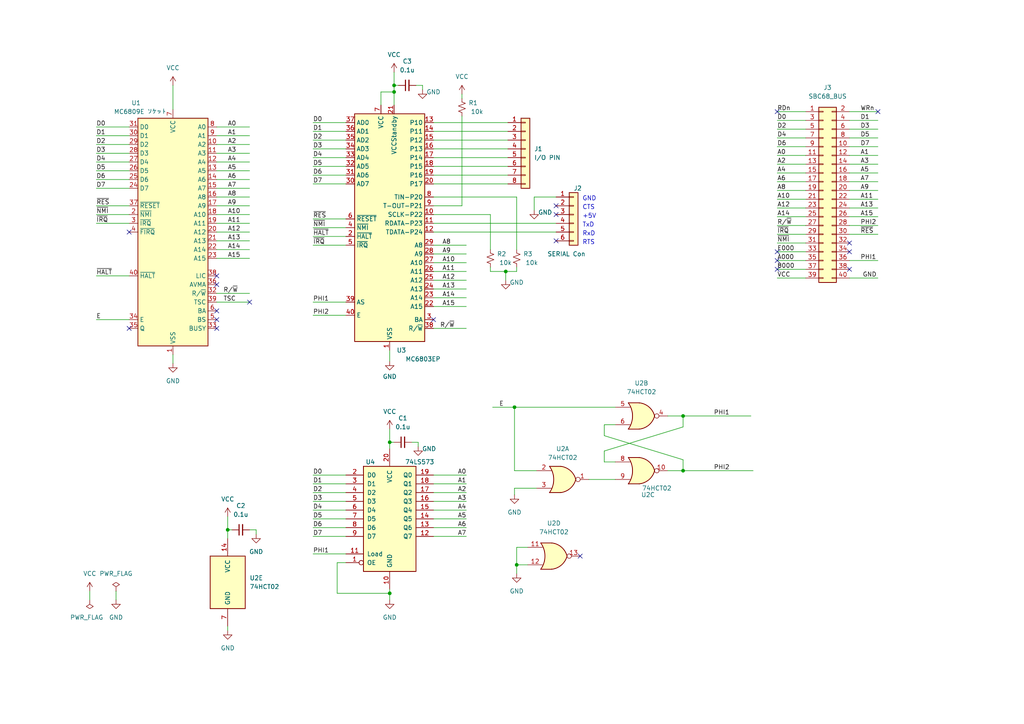
<source format=kicad_sch>
(kicad_sch (version 20230121) (generator eeschema)
  (paper "A4")
  (title_block (title "MC6803EP Adaptor for SBC6809E") (date "2023-03-04") (rev "1") (company "KUNI-NET") (comment 1 "SBC6809EへMC6803EP-1 MPUを搭載するアダプター"))
  (lib_symbols
    (symbol "74xx:74HCT02" (pin_names (offset 1.016))
      (property "Reference" "U" (at 0 1.27 0))
      (property "Value" "74HCT02" (at 0 -1.27 0))
      (symbol "74HCT02_1_1"
        (arc (start -3.81 -3.81) (mid -2.589 0) (end -3.81 3.81) (stroke (width 0.254)))
        (arc (start -0.6096 -3.81) (mid 2.1842 -2.5851) (end 3.81 0) (stroke (width 0.254)) (fill (type background)))
        (polyline (pts (xy -3.81 -3.81) (xy -0.635 -3.81)) (stroke (width 0.254)) (fill (type background)))
        (polyline (pts (xy -3.81 3.81) (xy -0.635 3.81)) (stroke (width 0.254)) (fill (type background)))
        (polyline (pts (xy -0.635 3.81) (xy -3.81 3.81) (xy -3.81 3.81) (xy -3.556 3.4036) (xy -3.0226 2.2606) (xy -2.6924 1.0414) (xy -2.6162 -0.254) (xy -2.7686 -1.4986) (xy -3.175 -2.7178) (xy -3.81 -3.81) (xy -3.81 -3.81) (xy -0.635 -3.81)) (stroke (width -25.4)) (fill (type background)))
        (arc (start 3.81 0) (mid 2.1915 2.5936) (end -0.6096 3.81) (stroke (width 0.254)) (fill (type background)))
        (pin output inverted (at 7.62 0 180) (length 3.81) (name "~") (number "1"))
        (pin input line (at -7.62 2.54 0) (length 4.318) (name "~") (number "2"))
        (pin input line (at -7.62 -2.54 0) (length 4.318) (name "~") (number "3"))
      )
      (symbol "74HCT02_1_2"
        (arc (start 0 -3.81) (mid 3.7934 0) (end 0 3.81) (stroke (width 0.254)) (fill (type background)))
        (polyline (pts (xy 0 3.81) (xy -3.81 3.81) (xy -3.81 -3.81) (xy 0 -3.81)) (stroke (width 0.254)) (fill (type background)))
        (pin output line (at 7.62 0 180) (length 3.81) (name "~") (number "1"))
        (pin input inverted (at -7.62 2.54 0) (length 3.81) (name "~") (number "2"))
        (pin input inverted (at -7.62 -2.54 0) (length 3.81) (name "~") (number "3"))
      )
      (symbol "74HCT02_2_1"
        (arc (start -3.81 -3.81) (mid -2.589 0) (end -3.81 3.81) (stroke (width 0.254)))
        (arc (start -0.6096 -3.81) (mid 2.1842 -2.5851) (end 3.81 0) (stroke (width 0.254)) (fill (type background)))
        (polyline (pts (xy -3.81 -3.81) (xy -0.635 -3.81)) (stroke (width 0.254)) (fill (type background)))
        (polyline (pts (xy -3.81 3.81) (xy -0.635 3.81)) (stroke (width 0.254)) (fill (type background)))
        (polyline (pts (xy -0.635 3.81) (xy -3.81 3.81) (xy -3.81 3.81) (xy -3.556 3.4036) (xy -3.0226 2.2606) (xy -2.6924 1.0414) (xy -2.6162 -0.254) (xy -2.7686 -1.4986) (xy -3.175 -2.7178) (xy -3.81 -3.81) (xy -3.81 -3.81) (xy -0.635 -3.81)) (stroke (width -25.4)) (fill (type background)))
        (arc (start 3.81 0) (mid 2.1915 2.5936) (end -0.6096 3.81) (stroke (width 0.254)) (fill (type background)))
        (pin output inverted (at 7.62 0 180) (length 3.81) (name "~") (number "4"))
        (pin input line (at -7.62 2.54 0) (length 4.318) (name "~") (number "5"))
        (pin input line (at -7.62 -2.54 0) (length 4.318) (name "~") (number "6"))
      )
      (symbol "74HCT02_2_2"
        (arc (start 0 -3.81) (mid 3.7934 0) (end 0 3.81) (stroke (width 0.254)) (fill (type background)))
        (polyline (pts (xy 0 3.81) (xy -3.81 3.81) (xy -3.81 -3.81) (xy 0 -3.81)) (stroke (width 0.254)) (fill (type background)))
        (pin output line (at 7.62 0 180) (length 3.81) (name "~") (number "4"))
        (pin input inverted (at -7.62 2.54 0) (length 3.81) (name "~") (number "5"))
        (pin input inverted (at -7.62 -2.54 0) (length 3.81) (name "~") (number "6"))
      )
      (symbol "74HCT02_3_1"
        (arc (start -3.81 -3.81) (mid -2.589 0) (end -3.81 3.81) (stroke (width 0.254)))
        (arc (start -0.6096 -3.81) (mid 2.1842 -2.5851) (end 3.81 0) (stroke (width 0.254)) (fill (type background)))
        (polyline (pts (xy -3.81 -3.81) (xy -0.635 -3.81)) (stroke (width 0.254)) (fill (type background)))
        (polyline (pts (xy -3.81 3.81) (xy -0.635 3.81)) (stroke (width 0.254)) (fill (type background)))
        (polyline (pts (xy -0.635 3.81) (xy -3.81 3.81) (xy -3.81 3.81) (xy -3.556 3.4036) (xy -3.0226 2.2606) (xy -2.6924 1.0414) (xy -2.6162 -0.254) (xy -2.7686 -1.4986) (xy -3.175 -2.7178) (xy -3.81 -3.81) (xy -3.81 -3.81) (xy -0.635 -3.81)) (stroke (width -25.4)) (fill (type background)))
        (arc (start 3.81 0) (mid 2.1915 2.5936) (end -0.6096 3.81) (stroke (width 0.254)) (fill (type background)))
        (pin output inverted (at 7.62 0 180) (length 3.81) (name "~") (number "10"))
        (pin input line (at -7.62 2.54 0) (length 4.318) (name "~") (number "8"))
        (pin input line (at -7.62 -2.54 0) (length 4.318) (name "~") (number "9"))
      )
      (symbol "74HCT02_3_2"
        (arc (start 0 -3.81) (mid 3.7934 0) (end 0 3.81) (stroke (width 0.254)) (fill (type background)))
        (polyline (pts (xy 0 3.81) (xy -3.81 3.81) (xy -3.81 -3.81) (xy 0 -3.81)) (stroke (width 0.254)) (fill (type background)))
        (pin output line (at 7.62 0 180) (length 3.81) (name "~") (number "10"))
        (pin input inverted (at -7.62 2.54 0) (length 3.81) (name "~") (number "8"))
        (pin input inverted (at -7.62 -2.54 0) (length 3.81) (name "~") (number "9"))
      )
      (symbol "74HCT02_4_1"
        (arc (start -3.81 -3.81) (mid -2.589 0) (end -3.81 3.81) (stroke (width 0.254)))
        (arc (start -0.6096 -3.81) (mid 2.1842 -2.5851) (end 3.81 0) (stroke (width 0.254)) (fill (type background)))
        (polyline (pts (xy -3.81 -3.81) (xy -0.635 -3.81)) (stroke (width 0.254)) (fill (type background)))
        (polyline (pts (xy -3.81 3.81) (xy -0.635 3.81)) (stroke (width 0.254)) (fill (type background)))
        (polyline (pts (xy -0.635 3.81) (xy -3.81 3.81) (xy -3.81 3.81) (xy -3.556 3.4036) (xy -3.0226 2.2606) (xy -2.6924 1.0414) (xy -2.6162 -0.254) (xy -2.7686 -1.4986) (xy -3.175 -2.7178) (xy -3.81 -3.81) (xy -3.81 -3.81) (xy -0.635 -3.81)) (stroke (width -25.4)) (fill (type background)))
        (arc (start 3.81 0) (mid 2.1915 2.5936) (end -0.6096 3.81) (stroke (width 0.254)) (fill (type background)))
        (pin input line (at -7.62 2.54 0) (length 4.318) (name "~") (number "11"))
        (pin input line (at -7.62 -2.54 0) (length 4.318) (name "~") (number "12"))
        (pin output inverted (at 7.62 0 180) (length 3.81) (name "~") (number "13"))
      )
      (symbol "74HCT02_4_2"
        (arc (start 0 -3.81) (mid 3.7934 0) (end 0 3.81) (stroke (width 0.254)) (fill (type background)))
        (polyline (pts (xy 0 3.81) (xy -3.81 3.81) (xy -3.81 -3.81) (xy 0 -3.81)) (stroke (width 0.254)) (fill (type background)))
        (pin input inverted (at -7.62 2.54 0) (length 3.81) (name "~") (number "11"))
        (pin input inverted (at -7.62 -2.54 0) (length 3.81) (name "~") (number "12"))
        (pin output line (at 7.62 0 180) (length 3.81) (name "~") (number "13"))
      )
      (symbol "74HCT02_5_0"
        (pin power_in line (at 0 12.7 270) (length 5.08) (name "VCC") (number "14"))
        (pin power_in line (at 0 -12.7 90) (length 5.08) (name "GND") (number "7"))
      )
      (symbol "74HCT02_5_1"
        (rectangle (start -5.08 7.62) (end 5.08 -7.62) (stroke (width 0.254)) (fill (type background)))
      )
    )
    (symbol "74xx:74LS573" (pin_names (offset 1.016))
      (property "Reference" "U" (at -7.62 16.51 0))
      (property "Value" "74LS573" (at -7.62 -16.51 0))
      (symbol "74LS573_1_0"
        (pin input inverted (at -12.7 -12.7 0) (length 5.08) (name "OE") (number "1"))
        (pin power_in line (at 0 -20.32 90) (length 5.08) (name "GND") (number "10"))
        (pin input line (at -12.7 -10.16 0) (length 5.08) (name "Load") (number "11"))
        (pin tri_state line (at 12.7 -5.08 180) (length 5.08) (name "Q7") (number "12"))
        (pin tri_state line (at 12.7 -2.54 180) (length 5.08) (name "Q6") (number "13"))
        (pin tri_state line (at 12.7 0 180) (length 5.08) (name "Q5") (number "14"))
        (pin tri_state line (at 12.7 2.54 180) (length 5.08) (name "Q4") (number "15"))
        (pin tri_state line (at 12.7 5.08 180) (length 5.08) (name "Q3") (number "16"))
        (pin tri_state line (at 12.7 7.62 180) (length 5.08) (name "Q2") (number "17"))
        (pin tri_state line (at 12.7 10.16 180) (length 5.08) (name "Q1") (number "18"))
        (pin tri_state line (at 12.7 12.7 180) (length 5.08) (name "Q0") (number "19"))
        (pin input line (at -12.7 12.7 0) (length 5.08) (name "D0") (number "2"))
        (pin power_in line (at 0 20.32 270) (length 5.08) (name "VCC") (number "20"))
        (pin input line (at -12.7 10.16 0) (length 5.08) (name "D1") (number "3"))
        (pin input line (at -12.7 7.62 0) (length 5.08) (name "D2") (number "4"))
        (pin input line (at -12.7 5.08 0) (length 5.08) (name "D3") (number "5"))
        (pin input line (at -12.7 2.54 0) (length 5.08) (name "D4") (number "6"))
        (pin input line (at -12.7 0 0) (length 5.08) (name "D5") (number "7"))
        (pin input line (at -12.7 -2.54 0) (length 5.08) (name "D6") (number "8"))
        (pin input line (at -12.7 -5.08 0) (length 5.08) (name "D7") (number "9"))
      )
      (symbol "74LS573_1_1"
        (rectangle (start -7.62 15.24) (end 7.62 -15.24) (stroke (width 0.254)) (fill (type background)))
      )
    )
    (symbol "CPU_NXP_6800:MC6809E"
      (property "Reference" "U" (at -7.62 34.544 0))
      (property "Value" "MC6809E" (at 10.16 34.544 0))
      (symbol "MC6809E_0_1"
        (rectangle (start -10.16 -33.02) (end 10.16 33.02) (stroke (width 0.254)) (fill (type background)))
      )
      (symbol "MC6809E_1_1"
        (pin power_in line (at 0 -35.56 90) (length 2.54) (name "VSS") (number "1"))
        (pin output line (at 12.7 25.4 180) (length 2.54) (name "A2") (number "10"))
        (pin output line (at 12.7 22.86 180) (length 2.54) (name "A3") (number "11"))
        (pin output line (at 12.7 20.32 180) (length 2.54) (name "A4") (number "12"))
        (pin output line (at 12.7 17.78 180) (length 2.54) (name "A5") (number "13"))
        (pin output line (at 12.7 15.24 180) (length 2.54) (name "A6") (number "14"))
        (pin output line (at 12.7 12.7 180) (length 2.54) (name "A7") (number "15"))
        (pin output line (at 12.7 10.16 180) (length 2.54) (name "A8") (number "16"))
        (pin output line (at 12.7 7.62 180) (length 2.54) (name "A9") (number "17"))
        (pin output line (at 12.7 5.08 180) (length 2.54) (name "A10") (number "18"))
        (pin output line (at 12.7 2.54 180) (length 2.54) (name "A11") (number "19"))
        (pin input line (at -12.7 5.08 0) (length 2.54) (name "~{NMI}") (number "2"))
        (pin output line (at 12.7 0 180) (length 2.54) (name "A12") (number "20"))
        (pin output line (at 12.7 -2.54 180) (length 2.54) (name "A13") (number "21"))
        (pin output line (at 12.7 -5.08 180) (length 2.54) (name "A14") (number "22"))
        (pin output line (at 12.7 -7.62 180) (length 2.54) (name "A15") (number "23"))
        (pin bidirectional line (at -12.7 12.7 0) (length 2.54) (name "D7") (number "24"))
        (pin bidirectional line (at -12.7 15.24 0) (length 2.54) (name "D6") (number "25"))
        (pin bidirectional line (at -12.7 17.78 0) (length 2.54) (name "D5") (number "26"))
        (pin bidirectional line (at -12.7 20.32 0) (length 2.54) (name "D4") (number "27"))
        (pin bidirectional line (at -12.7 22.86 0) (length 2.54) (name "D3") (number "28"))
        (pin bidirectional line (at -12.7 25.4 0) (length 2.54) (name "D2") (number "29"))
        (pin input line (at -12.7 2.54 0) (length 2.54) (name "~{IRQ}") (number "3"))
        (pin bidirectional line (at -12.7 27.94 0) (length 2.54) (name "D1") (number "30"))
        (pin bidirectional line (at -12.7 30.48 0) (length 2.54) (name "D0") (number "31"))
        (pin output line (at 12.7 -17.78 180) (length 2.54) (name "R/~{W}") (number "32"))
        (pin output line (at 12.7 -27.94 180) (length 2.54) (name "BUSY") (number "33"))
        (pin input line (at -12.7 -25.4 0) (length 2.54) (name "E") (number "34"))
        (pin input line (at -12.7 -27.94 0) (length 2.54) (name "Q") (number "35"))
        (pin output line (at 12.7 -15.24 180) (length 2.54) (name "AVMA") (number "36"))
        (pin input line (at -12.7 7.62 0) (length 2.54) (name "~{RESET}") (number "37"))
        (pin output line (at 12.7 -12.7 180) (length 2.54) (name "LIC") (number "38"))
        (pin output line (at 12.7 -20.32 180) (length 2.54) (name "TSC") (number "39"))
        (pin input line (at -12.7 0 0) (length 2.54) (name "~{FIRQ}") (number "4"))
        (pin input line (at -12.7 -12.7 0) (length 2.54) (name "~{HALT}") (number "40"))
        (pin output line (at 12.7 -25.4 180) (length 2.54) (name "BS") (number "5"))
        (pin output line (at 12.7 -22.86 180) (length 2.54) (name "BA") (number "6"))
        (pin power_in line (at 0 35.56 270) (length 2.54) (name "VCC") (number "7"))
        (pin output line (at 12.7 30.48 180) (length 2.54) (name "A0") (number "8"))
        (pin output line (at 12.7 27.94 180) (length 2.54) (name "A1") (number "9"))
      )
    )
    (symbol "Connector_Generic:Conn_01x06" (pin_names (offset 1.016) hide)
      (property "Reference" "J" (at 0 7.62 0))
      (property "Value" "Conn_01x06" (at 0 -10.16 0))
      (symbol "Conn_01x06_1_1"
        (rectangle (start -1.27 -7.493) (end 0 -7.747) (stroke (width 0.1524)))
        (rectangle (start -1.27 -4.953) (end 0 -5.207) (stroke (width 0.1524)))
        (rectangle (start -1.27 -2.413) (end 0 -2.667) (stroke (width 0.1524)))
        (rectangle (start -1.27 0.127) (end 0 -0.127) (stroke (width 0.1524)))
        (rectangle (start -1.27 2.667) (end 0 2.413) (stroke (width 0.1524)))
        (rectangle (start -1.27 5.207) (end 0 4.953) (stroke (width 0.1524)))
        (rectangle (start -1.27 6.35) (end 1.27 -8.89) (stroke (width 0.254)) (fill (type background)))
        (pin passive line (at -5.08 5.08 0) (length 3.81) (name "Pin_1") (number "1"))
        (pin passive line (at -5.08 2.54 0) (length 3.81) (name "Pin_2") (number "2"))
        (pin passive line (at -5.08 0 0) (length 3.81) (name "Pin_3") (number "3"))
        (pin passive line (at -5.08 -2.54 0) (length 3.81) (name "Pin_4") (number "4"))
        (pin passive line (at -5.08 -5.08 0) (length 3.81) (name "Pin_5") (number "5"))
        (pin passive line (at -5.08 -7.62 0) (length 3.81) (name "Pin_6") (number "6"))
      )
    )
    (symbol "Connector_Generic:Conn_01x08" (pin_names (offset 1.016) hide)
      (property "Reference" "J" (at 0 10.16 0))
      (property "Value" "Conn_01x08" (at 0 -12.7 0))
      (symbol "Conn_01x08_1_1"
        (rectangle (start -1.27 -10.033) (end 0 -10.287) (stroke (width 0.1524)))
        (rectangle (start -1.27 -7.493) (end 0 -7.747) (stroke (width 0.1524)))
        (rectangle (start -1.27 -4.953) (end 0 -5.207) (stroke (width 0.1524)))
        (rectangle (start -1.27 -2.413) (end 0 -2.667) (stroke (width 0.1524)))
        (rectangle (start -1.27 0.127) (end 0 -0.127) (stroke (width 0.1524)))
        (rectangle (start -1.27 2.667) (end 0 2.413) (stroke (width 0.1524)))
        (rectangle (start -1.27 5.207) (end 0 4.953) (stroke (width 0.1524)))
        (rectangle (start -1.27 7.747) (end 0 7.493) (stroke (width 0.1524)))
        (rectangle (start -1.27 8.89) (end 1.27 -11.43) (stroke (width 0.254)) (fill (type background)))
        (pin passive line (at -5.08 7.62 0) (length 3.81) (name "Pin_1") (number "1"))
        (pin passive line (at -5.08 5.08 0) (length 3.81) (name "Pin_2") (number "2"))
        (pin passive line (at -5.08 2.54 0) (length 3.81) (name "Pin_3") (number "3"))
        (pin passive line (at -5.08 0 0) (length 3.81) (name "Pin_4") (number "4"))
        (pin passive line (at -5.08 -2.54 0) (length 3.81) (name "Pin_5") (number "5"))
        (pin passive line (at -5.08 -5.08 0) (length 3.81) (name "Pin_6") (number "6"))
        (pin passive line (at -5.08 -7.62 0) (length 3.81) (name "Pin_7") (number "7"))
        (pin passive line (at -5.08 -10.16 0) (length 3.81) (name "Pin_8") (number "8"))
      )
    )
    (symbol "Connector_Generic:Conn_02x20_Odd_Even" (pin_names (offset 1.016) hide)
      (property "Reference" "J" (at 1.27 25.4 0))
      (property "Value" "Conn_02x20_Odd_Even" (at 1.27 -27.94 0))
      (symbol "Conn_02x20_Odd_Even_1_1"
        (rectangle (start -1.27 -25.273) (end 0 -25.527) (stroke (width 0.1524)))
        (rectangle (start -1.27 -22.733) (end 0 -22.987) (stroke (width 0.1524)))
        (rectangle (start -1.27 -20.193) (end 0 -20.447) (stroke (width 0.1524)))
        (rectangle (start -1.27 -17.653) (end 0 -17.907) (stroke (width 0.1524)))
        (rectangle (start -1.27 -15.113) (end 0 -15.367) (stroke (width 0.1524)))
        (rectangle (start -1.27 -12.573) (end 0 -12.827) (stroke (width 0.1524)))
        (rectangle (start -1.27 -10.033) (end 0 -10.287) (stroke (width 0.1524)))
        (rectangle (start -1.27 -7.493) (end 0 -7.747) (stroke (width 0.1524)))
        (rectangle (start -1.27 -4.953) (end 0 -5.207) (stroke (width 0.1524)))
        (rectangle (start -1.27 -2.413) (end 0 -2.667) (stroke (width 0.1524)))
        (rectangle (start -1.27 0.127) (end 0 -0.127) (stroke (width 0.1524)))
        (rectangle (start -1.27 2.667) (end 0 2.413) (stroke (width 0.1524)))
        (rectangle (start -1.27 5.207) (end 0 4.953) (stroke (width 0.1524)))
        (rectangle (start -1.27 7.747) (end 0 7.493) (stroke (width 0.1524)))
        (rectangle (start -1.27 10.287) (end 0 10.033) (stroke (width 0.1524)))
        (rectangle (start -1.27 12.827) (end 0 12.573) (stroke (width 0.1524)))
        (rectangle (start -1.27 15.367) (end 0 15.113) (stroke (width 0.1524)))
        (rectangle (start -1.27 17.907) (end 0 17.653) (stroke (width 0.1524)))
        (rectangle (start -1.27 20.447) (end 0 20.193) (stroke (width 0.1524)))
        (rectangle (start -1.27 22.987) (end 0 22.733) (stroke (width 0.1524)))
        (rectangle (start -1.27 24.13) (end 3.81 -26.67) (stroke (width 0.254)) (fill (type background)))
        (rectangle (start 3.81 -25.273) (end 2.54 -25.527) (stroke (width 0.1524)))
        (rectangle (start 3.81 -22.733) (end 2.54 -22.987) (stroke (width 0.1524)))
        (rectangle (start 3.81 -20.193) (end 2.54 -20.447) (stroke (width 0.1524)))
        (rectangle (start 3.81 -17.653) (end 2.54 -17.907) (stroke (width 0.1524)))
        (rectangle (start 3.81 -15.113) (end 2.54 -15.367) (stroke (width 0.1524)))
        (rectangle (start 3.81 -12.573) (end 2.54 -12.827) (stroke (width 0.1524)))
        (rectangle (start 3.81 -10.033) (end 2.54 -10.287) (stroke (width 0.1524)))
        (rectangle (start 3.81 -7.493) (end 2.54 -7.747) (stroke (width 0.1524)))
        (rectangle (start 3.81 -4.953) (end 2.54 -5.207) (stroke (width 0.1524)))
        (rectangle (start 3.81 -2.413) (end 2.54 -2.667) (stroke (width 0.1524)))
        (rectangle (start 3.81 0.127) (end 2.54 -0.127) (stroke (width 0.1524)))
        (rectangle (start 3.81 2.667) (end 2.54 2.413) (stroke (width 0.1524)))
        (rectangle (start 3.81 5.207) (end 2.54 4.953) (stroke (width 0.1524)))
        (rectangle (start 3.81 7.747) (end 2.54 7.493) (stroke (width 0.1524)))
        (rectangle (start 3.81 10.287) (end 2.54 10.033) (stroke (width 0.1524)))
        (rectangle (start 3.81 12.827) (end 2.54 12.573) (stroke (width 0.1524)))
        (rectangle (start 3.81 15.367) (end 2.54 15.113) (stroke (width 0.1524)))
        (rectangle (start 3.81 17.907) (end 2.54 17.653) (stroke (width 0.1524)))
        (rectangle (start 3.81 20.447) (end 2.54 20.193) (stroke (width 0.1524)))
        (rectangle (start 3.81 22.987) (end 2.54 22.733) (stroke (width 0.1524)))
        (pin passive line (at -5.08 22.86 0) (length 3.81) (name "Pin_1") (number "1"))
        (pin passive line (at 7.62 12.7 180) (length 3.81) (name "Pin_10") (number "10"))
        (pin passive line (at -5.08 10.16 0) (length 3.81) (name "Pin_11") (number "11"))
        (pin passive line (at 7.62 10.16 180) (length 3.81) (name "Pin_12") (number "12"))
        (pin passive line (at -5.08 7.62 0) (length 3.81) (name "Pin_13") (number "13"))
        (pin passive line (at 7.62 7.62 180) (length 3.81) (name "Pin_14") (number "14"))
        (pin passive line (at -5.08 5.08 0) (length 3.81) (name "Pin_15") (number "15"))
        (pin passive line (at 7.62 5.08 180) (length 3.81) (name "Pin_16") (number "16"))
        (pin passive line (at -5.08 2.54 0) (length 3.81) (name "Pin_17") (number "17"))
        (pin passive line (at 7.62 2.54 180) (length 3.81) (name "Pin_18") (number "18"))
        (pin passive line (at -5.08 0 0) (length 3.81) (name "Pin_19") (number "19"))
        (pin passive line (at 7.62 22.86 180) (length 3.81) (name "Pin_2") (number "2"))
        (pin passive line (at 7.62 0 180) (length 3.81) (name "Pin_20") (number "20"))
        (pin passive line (at -5.08 -2.54 0) (length 3.81) (name "Pin_21") (number "21"))
        (pin passive line (at 7.62 -2.54 180) (length 3.81) (name "Pin_22") (number "22"))
        (pin passive line (at -5.08 -5.08 0) (length 3.81) (name "Pin_23") (number "23"))
        (pin passive line (at 7.62 -5.08 180) (length 3.81) (name "Pin_24") (number "24"))
        (pin passive line (at -5.08 -7.62 0) (length 3.81) (name "Pin_25") (number "25"))
        (pin passive line (at 7.62 -7.62 180) (length 3.81) (name "Pin_26") (number "26"))
        (pin passive line (at -5.08 -10.16 0) (length 3.81) (name "Pin_27") (number "27"))
        (pin passive line (at 7.62 -10.16 180) (length 3.81) (name "Pin_28") (number "28"))
        (pin passive line (at -5.08 -12.7 0) (length 3.81) (name "Pin_29") (number "29"))
        (pin passive line (at -5.08 20.32 0) (length 3.81) (name "Pin_3") (number "3"))
        (pin passive line (at 7.62 -12.7 180) (length 3.81) (name "Pin_30") (number "30"))
        (pin passive line (at -5.08 -15.24 0) (length 3.81) (name "Pin_31") (number "31"))
        (pin passive line (at 7.62 -15.24 180) (length 3.81) (name "Pin_32") (number "32"))
        (pin passive line (at -5.08 -17.78 0) (length 3.81) (name "Pin_33") (number "33"))
        (pin passive line (at 7.62 -17.78 180) (length 3.81) (name "Pin_34") (number "34"))
        (pin passive line (at -5.08 -20.32 0) (length 3.81) (name "Pin_35") (number "35"))
        (pin passive line (at 7.62 -20.32 180) (length 3.81) (name "Pin_36") (number "36"))
        (pin passive line (at -5.08 -22.86 0) (length 3.81) (name "Pin_37") (number "37"))
        (pin passive line (at 7.62 -22.86 180) (length 3.81) (name "Pin_38") (number "38"))
        (pin passive line (at -5.08 -25.4 0) (length 3.81) (name "Pin_39") (number "39"))
        (pin passive line (at 7.62 20.32 180) (length 3.81) (name "Pin_4") (number "4"))
        (pin passive line (at 7.62 -25.4 180) (length 3.81) (name "Pin_40") (number "40"))
        (pin passive line (at -5.08 17.78 0) (length 3.81) (name "Pin_5") (number "5"))
        (pin passive line (at 7.62 17.78 180) (length 3.81) (name "Pin_6") (number "6"))
        (pin passive line (at -5.08 15.24 0) (length 3.81) (name "Pin_7") (number "7"))
        (pin passive line (at 7.62 15.24 180) (length 3.81) (name "Pin_8") (number "8"))
        (pin passive line (at -5.08 12.7 0) (length 3.81) (name "Pin_9") (number "9"))
      )
    )
    (symbol "Device:C_Small" (pin_numbers hide) (pin_names (offset 0.254) hide)
      (property "Reference" "C" (at 0.254 1.778 0))
      (property "Value" "C_Small" (at 0.254 -2.032 0))
      (symbol "C_Small_0_1"
        (polyline (pts (xy -1.524 -0.508) (xy 1.524 -0.508)) (stroke (width 0.3302)))
        (polyline (pts (xy -1.524 0.508) (xy 1.524 0.508)) (stroke (width 0.3048)))
      )
      (symbol "C_Small_1_1"
        (pin passive line (at 0 2.54 270) (length 2.032) (name "~") (number "1"))
        (pin passive line (at 0 -2.54 90) (length 2.032) (name "~") (number "2"))
      )
    )
    (symbol "Device:R_Small_US" (pin_numbers hide) (pin_names (offset 0.254) hide)
      (property "Reference" "R" (at 0.762 0.508 0))
      (property "Value" "R_Small_US" (at 0.762 -1.016 0))
      (symbol "R_Small_US_1_1"
        (polyline (pts (xy 0 0) (xy 1.016 -0.381) (xy 0 -0.762) (xy -1.016 -1.143) (xy 0 -1.524)))
        (polyline (pts (xy 0 1.524) (xy 1.016 1.143) (xy 0 0.762) (xy -1.016 0.381) (xy 0 0)))
        (pin passive line (at 0 2.54 270) (length 1.016) (name "~") (number "1"))
        (pin passive line (at 0 -2.54 90) (length 1.016) (name "~") (number "2"))
      )
    )
    (symbol "MC6803EP:MC6803EP"
      (property "Reference" "U" (at -8.89 34.29 0))
      (property "Value" "MC6803EP" (at 15.24 34.29 0))
      (symbol "MC6803EP_0_1"
        (rectangle (start -10.16 -33.02) (end 10.16 33.02) (stroke (width 0.254)) (fill (type background)))
      )
      (symbol "MC6803EP_1_1"
        (pin power_in line (at 0 -35.56 90) (length 2.54) (name "VSS") (number "1"))
        (pin bidirectional line (at 12.7 3.81 180) (length 2.54) (name "SCLK-P22") (number "10"))
        (pin bidirectional line (at 12.7 1.27 180) (length 2.54) (name "RDATA-P23") (number "11"))
        (pin bidirectional line (at 12.7 -1.27 180) (length 2.54) (name "TDATA-P24") (number "12"))
        (pin output line (at 12.7 30.48 180) (length 2.54) (name "P10") (number "13"))
        (pin output line (at 12.7 27.94 180) (length 2.54) (name "P11") (number "14"))
        (pin output line (at 12.7 25.4 180) (length 2.54) (name "P12") (number "15"))
        (pin output line (at 12.7 22.86 180) (length 2.54) (name "P13") (number "16"))
        (pin output line (at 12.7 20.32 180) (length 2.54) (name "P14") (number "17"))
        (pin output line (at 12.7 17.78 180) (length 2.54) (name "P15") (number "18"))
        (pin output line (at 12.7 15.24 180) (length 2.54) (name "P16") (number "19"))
        (pin input line (at -12.7 -2.54 0) (length 2.54) (name "~{HALT}") (number "2"))
        (pin output line (at 12.7 12.7 180) (length 2.54) (name "P17") (number "20"))
        (pin power_in line (at 1.27 35.56 270) (length 2.54) (name "VCCStandby") (number "21"))
        (pin output line (at 12.7 -22.86 180) (length 2.54) (name "A15") (number "22"))
        (pin output line (at 12.7 -20.32 180) (length 2.54) (name "A14") (number "23"))
        (pin output line (at 12.7 -17.78 180) (length 2.54) (name "A13") (number "24"))
        (pin output line (at 12.7 -15.24 180) (length 2.54) (name "A12") (number "25"))
        (pin output line (at 12.7 -12.7 180) (length 2.54) (name "A11") (number "26"))
        (pin output line (at 12.7 -10.16 180) (length 2.54) (name "A10") (number "27"))
        (pin output line (at 12.7 -7.62 180) (length 2.54) (name "A9") (number "28"))
        (pin output line (at 12.7 -5.08 180) (length 2.54) (name "A8") (number "29"))
        (pin output line (at 12.7 -26.67 180) (length 2.54) (name "BA") (number "3"))
        (pin bidirectional line (at -12.7 12.7 0) (length 2.54) (name "AD7") (number "30"))
        (pin bidirectional line (at -12.7 15.24 0) (length 2.54) (name "AD6") (number "31"))
        (pin bidirectional line (at -12.7 17.78 0) (length 2.54) (name "AD5") (number "32"))
        (pin bidirectional line (at -12.7 20.32 0) (length 2.54) (name "AD4") (number "33"))
        (pin bidirectional line (at -12.7 22.86 0) (length 2.54) (name "AD3") (number "34"))
        (pin bidirectional line (at -12.7 25.4 0) (length 2.54) (name "AD2") (number "35"))
        (pin bidirectional line (at -12.7 27.94 0) (length 2.54) (name "AD1") (number "36"))
        (pin bidirectional line (at -12.7 30.48 0) (length 2.54) (name "AD0") (number "37"))
        (pin output line (at 12.7 -29.21 180) (length 2.54) (name "R/~{W}") (number "38"))
        (pin input line (at -12.7 -21.59 0) (length 2.54) (name "AS") (number "39"))
        (pin input line (at -12.7 0 0) (length 2.54) (name "~{NMI}") (number "4"))
        (pin input line (at -12.7 -25.4 0) (length 2.54) (name "E") (number "40"))
        (pin input line (at -12.7 -5.08 0) (length 2.54) (name "~{IRQ}") (number "5"))
        (pin input line (at -12.7 2.54 0) (length 2.54) (name "~{RESET}") (number "6"))
        (pin power_in line (at -2.54 35.56 270) (length 2.54) (name "VCC") (number "7"))
        (pin bidirectional line (at 12.7 8.89 180) (length 2.54) (name "TIN-P20") (number "8"))
        (pin output line (at 12.7 6.35 180) (length 2.54) (name "T-OUT-P21") (number "9"))
      )
    )
    (symbol "power:GND" (power) (pin_names (offset 0))
      (property "Value" "GND" (at 0 -3.81 0))
      (symbol "GND_0_1"
        (polyline (pts (xy 0 0) (xy 0 -1.27) (xy 1.27 -1.27) (xy 0 -2.54) (xy -1.27 -1.27) (xy 0 -1.27)))
      )
      (symbol "GND_1_1"
        (pin power_in line (at 0 0 270) (length 0) hide (name "GND") (number "1"))
      )
    )
    (symbol "power:PWR_FLAG" (power) (pin_numbers hide) (pin_names (offset 0) hide)
      (property "Value" "PWR_FLAG" (at 0 3.81 0))
      (symbol "PWR_FLAG_0_0"
        (pin power_out line (at 0 0 90) (length 0) (name "pwr") (number "1"))
      )
      (symbol "PWR_FLAG_0_1"
        (polyline (pts (xy 0 0) (xy 0 1.27) (xy -1.016 1.905) (xy 0 2.54) (xy 1.016 1.905) (xy 0 1.27)))
      )
    )
    (symbol "power:VCC" (power) (pin_names (offset 0))
      (property "Value" "VCC" (at 0 3.81 0))
      (symbol "VCC_0_1"
        (polyline (pts (xy -0.762 1.27) (xy 0 2.54)))
        (polyline (pts (xy 0 0) (xy 0 2.54)))
        (polyline (pts (xy 0 2.54) (xy 0.762 1.27)))
      )
      (symbol "VCC_1_1"
        (pin power_in line (at 0 0 90) (length 0) hide (name "VCC") (number "1"))
      )
    )
  )
  (junction (at 146.685 78.74))
  (junction (at 114.3 26.67))
  (junction (at 149.225 118.11))
  (junction (at 113.03 128.27))
  (junction (at 149.86 163.83))
  (junction (at 114.3 24.765))
  (junction (at 66.04 153.67))
  (junction (at 113.03 172.085))
  (junction (at 198.12 136.525))
  (junction (at 198.12 120.65))
  (no_connect (at 161.29 69.85))
  (no_connect (at 37.465 95.25))
  (no_connect (at 62.865 90.17))
  (no_connect (at 62.865 92.71))
  (no_connect (at 62.865 95.25))
  (no_connect (at 62.865 82.55))
  (no_connect (at 62.865 80.01))
  (no_connect (at 125.73 92.71))
  (no_connect (at 246.38 73.025))
  (no_connect (at 246.38 70.485))
  (no_connect (at 246.38 78.105))
  (no_connect (at 72.39 87.63))
  (no_connect (at 225.425 73.025))
  (no_connect (at 225.425 75.565))
  (no_connect (at 225.425 78.105))
  (no_connect (at 225.425 32.385))
  (no_connect (at 254.635 32.385))
  (no_connect (at 161.29 62.23))
  (no_connect (at 168.275 161.29))
  (no_connect (at 161.29 59.69))
  (no_connect (at 37.465 67.31))
  (wire (pts (xy 246.38 50.165) (xy 254.635 50.165)))
  (wire (pts (xy 27.94 46.99) (xy 37.465 46.99)))
  (wire (pts (xy 125.73 48.26) (xy 147.32 48.26)))
  (wire (pts (xy 225.425 75.565) (xy 233.68 75.565)))
  (wire (pts (xy 246.38 62.865) (xy 254.635 62.865)))
  (wire (pts (xy 90.805 91.44) (xy 100.33 91.44)))
  (wire (pts (xy 90.805 87.63) (xy 100.33 87.63)))
  (wire (pts (xy 90.805 155.575) (xy 100.33 155.575)))
  (wire (pts (xy 62.865 67.31) (xy 72.39 67.31)))
  (wire (pts (xy 225.425 73.025) (xy 233.68 73.025)))
  (wire (pts (xy 125.73 53.34) (xy 147.32 53.34)))
  (wire (pts (xy 97.79 163.195) (xy 97.79 172.085)))
  (wire (pts (xy 62.865 87.63) (xy 72.39 87.63)))
  (wire (pts (xy 246.38 52.705) (xy 254.635 52.705)))
  (wire (pts (xy 142.24 78.74) (xy 146.685 78.74)))
  (wire (pts (xy 50.165 24.765) (xy 50.165 31.75)))
  (wire (pts (xy 149.86 57.15) (xy 149.86 72.39)))
  (wire (pts (xy 27.94 36.83) (xy 37.465 36.83)))
  (wire (pts (xy 146.685 78.74) (xy 146.685 81.28)))
  (wire (pts (xy 225.425 32.385) (xy 233.68 32.385)))
  (wire (pts (xy 90.805 53.34) (xy 100.33 53.34)))
  (wire (pts (xy 62.865 59.69) (xy 72.39 59.69)))
  (wire (pts (xy 62.865 62.23) (xy 72.39 62.23)))
  (wire (pts (xy 27.94 41.91) (xy 37.465 41.91)))
  (wire (pts (xy 27.94 59.69) (xy 37.465 59.69)))
  (wire (pts (xy 90.805 38.1) (xy 100.33 38.1)))
  (wire (pts (xy 110.49 26.67) (xy 110.49 30.48)))
  (wire (pts (xy 193.675 120.65) (xy 198.12 120.65)))
  (wire (pts (xy 90.805 48.26) (xy 100.33 48.26)))
  (wire (pts (xy 125.73 88.9) (xy 135.255 88.9)))
  (wire (pts (xy 142.24 62.23) (xy 142.24 72.39)))
  (wire (pts (xy 225.425 45.085) (xy 233.68 45.085)))
  (wire (pts (xy 62.865 54.61) (xy 72.39 54.61)))
  (wire (pts (xy 178.435 133.985) (xy 175.26 133.985)))
  (wire (pts (xy 246.38 32.385) (xy 254.635 32.385)))
  (wire (pts (xy 149.86 163.83) (xy 149.86 158.75)))
  (wire (pts (xy 113.03 128.27) (xy 114.3 128.27)))
  (wire (pts (xy 125.73 81.28) (xy 135.255 81.28)))
  (wire (pts (xy 198.12 136.525) (xy 218.44 136.525)))
  (wire (pts (xy 113.03 172.085) (xy 113.03 173.99)))
  (wire (pts (xy 125.73 57.15) (xy 149.86 57.15)))
  (wire (pts (xy 90.805 137.795) (xy 100.33 137.795)))
  (wire (pts (xy 161.29 57.15) (xy 154.94 57.15)))
  (wire (pts (xy 114.3 26.67) (xy 110.49 26.67)))
  (wire (pts (xy 225.425 40.005) (xy 233.68 40.005)))
  (wire (pts (xy 114.3 24.765) (xy 115.57 24.765)))
  (wire (pts (xy 149.225 136.525) (xy 155.575 136.525)))
  (wire (pts (xy 90.805 145.415) (xy 100.33 145.415)))
  (wire (pts (xy 225.425 34.925) (xy 233.68 34.925)))
  (wire (pts (xy 62.865 46.99) (xy 72.39 46.99)))
  (wire (pts (xy 146.685 78.74) (xy 149.86 78.74)))
  (wire (pts (xy 62.865 57.15) (xy 72.39 57.15)))
  (wire (pts (xy 135.255 145.415) (xy 125.73 145.415)))
  (wire (pts (xy 135.255 140.335) (xy 125.73 140.335)))
  (wire (pts (xy 122.555 24.765) (xy 122.555 26.035)))
  (wire (pts (xy 100.33 163.195) (xy 97.79 163.195)))
  (wire (pts (xy 90.805 50.8) (xy 100.33 50.8)))
  (wire (pts (xy 27.94 44.45) (xy 37.465 44.45)))
  (wire (pts (xy 125.73 59.69) (xy 133.985 59.69)))
  (wire (pts (xy 125.73 86.36) (xy 135.255 86.36)))
  (wire (pts (xy 198.12 136.525) (xy 198.12 133.35)))
  (wire (pts (xy 225.425 52.705) (xy 233.68 52.705)))
  (wire (pts (xy 90.805 153.035) (xy 100.33 153.035)))
  (wire (pts (xy 149.86 163.83) (xy 153.035 163.83)))
  (wire (pts (xy 225.425 50.165) (xy 233.68 50.165)))
  (wire (pts (xy 225.425 62.865) (xy 233.68 62.865)))
  (wire (pts (xy 62.865 74.93) (xy 72.39 74.93)))
  (wire (pts (xy 27.94 52.07) (xy 37.465 52.07)))
  (wire (pts (xy 27.94 92.71) (xy 37.465 92.71)))
  (wire (pts (xy 246.38 60.325) (xy 254.635 60.325)))
  (wire (pts (xy 114.3 20.955) (xy 114.3 24.765)))
  (wire (pts (xy 225.425 65.405) (xy 233.68 65.405)))
  (wire (pts (xy 225.425 47.625) (xy 233.68 47.625)))
  (wire (pts (xy 225.425 60.325) (xy 233.68 60.325)))
  (wire (pts (xy 149.86 158.75) (xy 153.035 158.75)))
  (wire (pts (xy 125.73 35.56) (xy 147.32 35.56)))
  (wire (pts (xy 120.65 24.765) (xy 122.555 24.765)))
  (wire (pts (xy 90.805 142.875) (xy 100.33 142.875)))
  (wire (pts (xy 125.73 43.18) (xy 147.32 43.18)))
  (wire (pts (xy 125.73 78.74) (xy 135.255 78.74)))
  (wire (pts (xy 135.255 155.575) (xy 125.73 155.575)))
  (wire (pts (xy 125.73 50.8) (xy 147.32 50.8)))
  (wire (pts (xy 246.38 80.645) (xy 254.635 80.645)))
  (wire (pts (xy 90.805 140.335) (xy 100.33 140.335)))
  (wire (pts (xy 125.73 40.64) (xy 147.32 40.64)))
  (wire (pts (xy 27.94 54.61) (xy 37.465 54.61)))
  (wire (pts (xy 175.26 126.365) (xy 198.12 133.35)))
  (wire (pts (xy 50.165 102.87) (xy 50.165 105.41)))
  (wire (pts (xy 66.04 149.86) (xy 66.04 153.67)))
  (wire (pts (xy 149.225 118.11) (xy 178.435 118.11)))
  (wire (pts (xy 90.805 35.56) (xy 100.33 35.56)))
  (wire (pts (xy 225.425 67.945) (xy 233.68 67.945)))
  (wire (pts (xy 246.38 75.565) (xy 254.635 75.565)))
  (wire (pts (xy 149.225 141.605) (xy 149.225 143.51)))
  (wire (pts (xy 27.94 80.01) (xy 37.465 80.01)))
  (wire (pts (xy 246.38 67.945) (xy 254.635 67.945)))
  (wire (pts (xy 62.865 64.77) (xy 72.39 64.77)))
  (wire (pts (xy 198.12 123.825) (xy 175.26 130.81)))
  (wire (pts (xy 246.38 34.925) (xy 254.635 34.925)))
  (wire (pts (xy 135.255 150.495) (xy 125.73 150.495)))
  (wire (pts (xy 97.79 172.085) (xy 113.03 172.085)))
  (wire (pts (xy 90.805 43.18) (xy 100.33 43.18)))
  (wire (pts (xy 119.38 128.27) (xy 121.285 128.27)))
  (wire (pts (xy 149.225 118.11) (xy 149.225 136.525)))
  (wire (pts (xy 113.03 170.815) (xy 113.03 172.085)))
  (wire (pts (xy 142.875 118.11) (xy 149.225 118.11)))
  (wire (pts (xy 114.3 26.67) (xy 114.3 30.48)))
  (wire (pts (xy 90.805 40.64) (xy 100.33 40.64)))
  (wire (pts (xy 66.04 153.67) (xy 67.31 153.67)))
  (wire (pts (xy 175.26 126.365) (xy 175.26 123.19)))
  (wire (pts (xy 178.435 123.19) (xy 175.26 123.19)))
  (wire (pts (xy 125.73 64.77) (xy 161.29 64.77)))
  (wire (pts (xy 90.805 63.5) (xy 100.33 63.5)))
  (wire (pts (xy 72.39 153.67) (xy 74.295 153.67)))
  (wire (pts (xy 193.675 136.525) (xy 198.12 136.525)))
  (wire (pts (xy 27.94 64.77) (xy 37.465 64.77)))
  (wire (pts (xy 170.815 139.065) (xy 178.435 139.065)))
  (wire (pts (xy 66.04 153.67) (xy 66.04 156.21)))
  (wire (pts (xy 33.655 171.45) (xy 33.655 173.99)))
  (wire (pts (xy 135.255 153.035) (xy 125.73 153.035)))
  (wire (pts (xy 62.865 39.37) (xy 72.39 39.37)))
  (wire (pts (xy 62.865 41.91) (xy 72.39 41.91)))
  (wire (pts (xy 225.425 42.545) (xy 233.68 42.545)))
  (wire (pts (xy 62.865 36.83) (xy 72.39 36.83)))
  (wire (pts (xy 246.38 47.625) (xy 254.635 47.625)))
  (wire (pts (xy 135.255 142.875) (xy 125.73 142.875)))
  (wire (pts (xy 175.26 130.81) (xy 175.26 133.985)))
  (wire (pts (xy 133.985 27.305) (xy 133.985 28.575)))
  (wire (pts (xy 225.425 57.785) (xy 233.68 57.785)))
  (wire (pts (xy 27.94 62.23) (xy 37.465 62.23)))
  (wire (pts (xy 198.12 120.65) (xy 217.805 120.65)))
  (wire (pts (xy 198.12 120.65) (xy 198.12 123.825)))
  (wire (pts (xy 225.425 37.465) (xy 233.68 37.465)))
  (wire (pts (xy 225.425 80.645) (xy 233.68 80.645)))
  (wire (pts (xy 142.24 77.47) (xy 142.24 78.74)))
  (wire (pts (xy 246.38 57.785) (xy 254.635 57.785)))
  (wire (pts (xy 246.38 40.005) (xy 254.635 40.005)))
  (wire (pts (xy 90.805 45.72) (xy 100.33 45.72)))
  (wire (pts (xy 225.425 70.485) (xy 233.68 70.485)))
  (wire (pts (xy 125.73 45.72) (xy 147.32 45.72)))
  (wire (pts (xy 62.865 85.09) (xy 72.39 85.09)))
  (wire (pts (xy 135.255 147.955) (xy 125.73 147.955)))
  (wire (pts (xy 246.38 37.465) (xy 254.635 37.465)))
  (wire (pts (xy 246.38 45.085) (xy 254.635 45.085)))
  (wire (pts (xy 62.865 69.85) (xy 72.39 69.85)))
  (wire (pts (xy 113.03 124.46) (xy 113.03 128.27)))
  (wire (pts (xy 154.94 57.15) (xy 154.94 60.96)))
  (wire (pts (xy 62.865 52.07) (xy 72.39 52.07)))
  (wire (pts (xy 125.73 95.25) (xy 135.255 95.25)))
  (wire (pts (xy 27.94 49.53) (xy 37.465 49.53)))
  (wire (pts (xy 90.805 71.12) (xy 100.33 71.12)))
  (wire (pts (xy 149.86 166.37) (xy 149.86 163.83)))
  (wire (pts (xy 27.94 39.37) (xy 37.465 39.37)))
  (wire (pts (xy 225.425 78.105) (xy 233.68 78.105)))
  (wire (pts (xy 62.865 72.39) (xy 72.39 72.39)))
  (wire (pts (xy 246.38 65.405) (xy 254.635 65.405)))
  (wire (pts (xy 125.73 76.2) (xy 135.255 76.2)))
  (wire (pts (xy 225.425 55.245) (xy 233.68 55.245)))
  (wire (pts (xy 90.805 150.495) (xy 100.33 150.495)))
  (wire (pts (xy 246.38 42.545) (xy 254.635 42.545)))
  (wire (pts (xy 66.04 181.61) (xy 66.04 182.88)))
  (wire (pts (xy 135.255 137.795) (xy 125.73 137.795)))
  (wire (pts (xy 246.38 55.245) (xy 254.635 55.245)))
  (wire (pts (xy 90.805 66.04) (xy 100.33 66.04)))
  (wire (pts (xy 113.03 128.27) (xy 113.03 130.175)))
  (wire (pts (xy 125.73 71.12) (xy 135.255 71.12)))
  (wire (pts (xy 155.575 141.605) (xy 149.225 141.605)))
  (wire (pts (xy 62.865 49.53) (xy 72.39 49.53)))
  (wire (pts (xy 90.805 68.58) (xy 100.33 68.58)))
  (wire (pts (xy 149.86 78.74) (xy 149.86 77.47)))
  (wire (pts (xy 113.03 101.6) (xy 113.03 104.775)))
  (wire (pts (xy 125.73 67.31) (xy 161.29 67.31)))
  (wire (pts (xy 74.295 153.67) (xy 74.295 154.94)))
  (wire (pts (xy 125.73 38.1) (xy 147.32 38.1)))
  (wire (pts (xy 90.805 160.655) (xy 100.33 160.655)))
  (wire (pts (xy 125.73 62.23) (xy 142.24 62.23)))
  (wire (pts (xy 125.73 83.82) (xy 135.255 83.82)))
  (wire (pts (xy 125.73 73.66) (xy 135.255 73.66)))
  (wire (pts (xy 133.985 33.655) (xy 133.985 59.69)))
  (wire (pts (xy 114.3 24.765) (xy 114.3 26.67)))
  (wire (pts (xy 26.035 171.45) (xy 26.035 173.99)))
  (wire (pts (xy 62.865 44.45) (xy 72.39 44.45)))
  (wire (pts (xy 121.285 128.27) (xy 121.285 129.54)))
  (wire (pts (xy 90.805 147.955) (xy 100.33 147.955)))
  (text "TxD" (at 168.91 66.04 0) (effects (font (size 1.27 1.27)) (justify left bottom)))
  (text "+5V" (at 168.91 63.5 0) (effects (font (size 1.27 1.27)) (justify left bottom)))
  (text "RTS" (at 168.91 71.12 0) (effects (font (size 1.27 1.27)) (justify left bottom)))
  (text "GND" (at 168.91 58.42 0) (effects (font (size 1.27 1.27)) (justify left bottom)))
  (text "RxD" (at 168.91 68.58 0) (effects (font (size 1.27 1.27)) (justify left bottom)))
  (text "CTS" (at 168.91 60.96 0) (effects (font (size 1.27 1.27)) (justify left bottom)))
  (label "A14" (at 128.27 86.36 0))
  (label "A7" (at 135.255 155.575 180))
  (label "D1" (at 27.94 39.37 0))
  (label "~{NMI}" (at 90.805 66.04 0))
  (label "~{NMI}" (at 27.94 62.23 0))
  (label "A1" (at 66.04 39.37 0))
  (label "A9" (at 66.04 59.69 0))
  (label "A0" (at 225.425 45.085 0))
  (label "R{slash}~{W}" (at 225.425 65.405 0))
  (label "A11" (at 128.27 78.74 0))
  (label "D6" (at 90.805 153.035 0))
  (label "D7" (at 27.94 54.61 0))
  (label "D2" (at 90.805 40.64 0))
  (label "A8" (at 66.04 57.15 0))
  (label "D7" (at 90.805 53.34 0))
  (label "TSC" (at 64.77 87.63 0))
  (label "A6" (at 225.425 52.705 0))
  (label "D5" (at 90.805 48.26 0))
  (label "A9" (at 128.27 73.66 0))
  (label "D4" (at 90.805 147.955 0))
  (label "A13" (at 128.27 83.82 0))
  (label "A2" (at 135.255 142.875 180))
  (label "RDn" (at 225.425 32.385 0))
  (label "A2" (at 225.425 47.625 0))
  (label "E000" (at 225.425 73.025 0))
  (label "A5" (at 135.255 150.495 180))
  (label "A7" (at 249.555 52.705 0))
  (label "D4" (at 27.94 46.99 0))
  (label "A4" (at 135.255 147.955 180))
  (label "A15" (at 66.04 74.93 0))
  (label "A8" (at 225.425 55.245 0))
  (label "E" (at 27.94 92.71 0))
  (label "A7" (at 66.04 54.61 0))
  (label "8000" (at 225.425 78.105 0))
  (label "PHI1" (at 90.805 160.655 0))
  (label "A4" (at 225.425 50.165 0))
  (label "D1" (at 90.805 38.1 0))
  (label "A10" (at 225.425 57.785 0))
  (label "~{RES}" (at 249.555 67.945 0))
  (label "R{slash}~{W}" (at 127.635 95.25 0))
  (label "~{IRQ}" (at 90.805 71.12 0))
  (label "A12" (at 128.27 81.28 0))
  (label "D7" (at 249.555 42.545 0))
  (label "PHI1" (at 90.805 87.63 0))
  (label "A10" (at 66.04 62.23 0))
  (label "WRn" (at 249.555 32.385 0))
  (label "A14" (at 66.04 72.39 0))
  (label "~{RES}" (at 90.805 63.5 0))
  (label "D6" (at 90.805 50.8 0))
  (label "VCC" (at 225.425 80.645 0))
  (label "D5" (at 27.94 49.53 0))
  (label "D0" (at 27.94 36.83 0))
  (label "A1" (at 135.255 140.335 180))
  (label "~{IRQ}" (at 27.94 64.77 0))
  (label "R{slash}~{W}" (at 64.77 85.09 0))
  (label "D2" (at 27.94 41.91 0))
  (label "PHI2" (at 207.01 136.525 0))
  (label "A13" (at 249.555 60.325 0))
  (label "A1" (at 249.555 45.085 0))
  (label "A10" (at 128.27 76.2 0))
  (label "D3" (at 27.94 44.45 0))
  (label "A11" (at 66.04 64.77 0))
  (label "D2" (at 225.425 37.465 0))
  (label "~{NMI}" (at 225.425 70.485 0))
  (label "D6" (at 27.94 52.07 0))
  (label "D4" (at 225.425 40.005 0))
  (label "D3" (at 90.805 43.18 0))
  (label "A12" (at 66.04 67.31 0))
  (label "A5" (at 249.555 50.165 0))
  (label "GND" (at 250.19 80.645 0))
  (label "PHI1" (at 249.555 75.565 0))
  (label "A6" (at 66.04 52.07 0))
  (label "A3" (at 249.555 47.625 0))
  (label "A9" (at 249.555 55.245 0))
  (label "D6" (at 225.425 42.545 0))
  (label "D0" (at 225.425 34.925 0))
  (label "A3" (at 135.255 145.415 180))
  (label "A0" (at 135.255 137.795 180))
  (label "D0" (at 90.805 35.56 0))
  (label "A14" (at 225.425 62.865 0))
  (label "D7" (at 90.805 155.575 0))
  (label "~{RES}" (at 27.94 59.69 0))
  (label "A15" (at 128.27 88.9 0))
  (label "D3" (at 90.805 145.415 0))
  (label "D1" (at 249.555 34.925 0))
  (label "D4" (at 90.805 45.72 0))
  (label "A2" (at 66.04 41.91 0))
  (label "A11" (at 249.555 57.785 0))
  (label "A0" (at 66.04 36.83 0))
  (label "D1" (at 90.805 140.335 0))
  (label "D2" (at 90.805 142.875 0))
  (label "A6" (at 135.255 153.035 180))
  (label "A5" (at 66.04 49.53 0))
  (label "A12" (at 225.425 60.325 0))
  (label "A13" (at 66.04 69.85 0))
  (label "D5" (at 90.805 150.495 0))
  (label "D0" (at 90.805 137.795 0))
  (label "PHI1" (at 207.01 120.65 0))
  (label "A8" (at 128.27 71.12 0))
  (label "A000" (at 225.425 75.565 0))
  (label "~{HALT}" (at 27.94 80.01 0))
  (label "PHI2" (at 249.555 65.405 0))
  (label "A15" (at 249.555 62.865 0))
  (label "~{HALT}" (at 90.805 68.58 0))
  (label "E" (at 144.78 118.11 0))
  (label "~{IRQ}" (at 225.425 67.945 0))
  (label "A4" (at 66.04 46.99 0))
  (label "A3" (at 66.04 44.45 0))
  (label "D3" (at 249.555 37.465 0))
  (label "PHI2" (at 90.805 91.44 0))
  (label "D5" (at 249.555 40.005 0))
  (symbol (lib_id "power:PWR_FLAG") (at 33.655 171.45 0) (unit 1)
    (property "Reference" "#FLG02" (effects hide))
    (property "Value" "PWR_FLAG" (at 33.655 166.37 0))
  )
  (symbol (lib_id "CPU_NXP_6800:MC6809E") (at 50.165 67.31 0) (unit 1)
    (property "Reference" "U1" (at 38.1 29.845 0) (effects (justify left)))
    (property "Value" "MC6809E ソケット" (at 33.02 32.385 0) (effects (justify left)))
    (property "Footprint" "Package_DIP:DIP-40_W15.24mm_Socket" (effects hide))
    (property "Datasheet" "http://pdf.datasheetcatalog.com/datasheet/motorola/MC68B09S.pdf" (effects hide))
  )
  (symbol (lib_id "74xx:74HCT02") (at 163.195 139.065 0) (unit 1)
    (property "Reference" "U2" (at 163.195 130.175 0))
    (property "Value" "74HCT02" (at 163.195 132.715 0))
    (property "Footprint" "Package_DIP:DIP-14_W7.62mm_Socket" (effects hide))
    (property "Datasheet" "http://www.ti.com/lit/gpn/sn74hct02" (effects hide))
  )
  (symbol (lib_id "power:GND") (at 66.04 182.88 0) (unit 1)
    (property "Reference" "#PWR07" (effects hide))
    (property "Value" "GND" (at 66.04 187.96 0))
  )
  (symbol (lib_id "power:VCC") (at 133.985 27.305 0) (unit 1)
    (property "Reference" "#PWR016" (effects hide))
    (property "Value" "VCC" (at 133.985 22.225 0))
  )
  (symbol (lib_id "power:VCC") (at 50.165 24.765 0) (unit 1)
    (property "Reference" "#PWR03" (effects hide))
    (property "Value" "VCC" (at 50.165 19.685 0))
  )
  (symbol (lib_id "Connector_Generic:Conn_02x20_Odd_Even") (at 238.76 55.245 0) (unit 1)
    (property "Reference" "J3" (at 240.03 25.4 0))
    (property "Value" "SBC68_BUS" (at 240.03 27.94 0))
    (property "Footprint" "Connector_PinHeader_2.54mm:PinHeader_2x20_P2.54mm_Horizontal" (effects hide))
  )
  (symbol (lib_id "power:GND") (at 74.295 154.94 0) (unit 1)
    (property "Reference" "#PWR08" (effects hide))
    (property "Value" "GND" (at 74.295 160.02 0))
  )
  (symbol (lib_id "74xx:74HCT02") (at 66.04 168.91 0) (unit 5)
    (property "Reference" "U2" (at 72.39 167.6399 0) (effects (justify left)))
    (property "Value" "74HCT02" (at 72.39 170.1799 0) (effects (justify left)))
    (property "Footprint" "Package_DIP:DIP-14_W7.62mm_Socket" (effects hide))
    (property "Datasheet" "http://www.ti.com/lit/gpn/sn74hct02" (effects hide))
  )
  (symbol (lib_id "Device:C_Small") (at 118.11 24.765 90) (unit 1)
    (property "Reference" "C3" (at 118.1163 17.78 90))
    (property "Value" "0.1u" (at 118.1163 20.32 90))
    (property "Footprint" "Capacitor_THT:C_Disc_D3.0mm_W1.6mm_P2.50mm" (effects hide))
  )
  (symbol (lib_id "74xx:74HCT02") (at 160.655 161.29 0) (unit 4)
    (property "Reference" "U2" (at 160.655 151.765 0))
    (property "Value" "74HCT02" (at 160.655 154.305 0))
    (property "Footprint" "Package_DIP:DIP-14_W7.62mm_Socket" (effects hide))
    (property "Datasheet" "http://www.ti.com/lit/gpn/sn74hct02" (effects hide))
  )
  (symbol (lib_id "Device:C_Small") (at 116.84 128.27 90) (unit 1)
    (property "Reference" "C1" (at 116.8463 121.285 90))
    (property "Value" "0.1u" (at 116.8463 123.825 90))
    (property "Footprint" "Capacitor_THT:C_Disc_D3.0mm_W1.6mm_P2.50mm" (effects hide))
  )
  (symbol (lib_id "Device:R_Small_US") (at 149.86 74.93 0) (unit 1)
    (property "Reference" "R3" (at 151.765 73.6599 0) (effects (justify left)))
    (property "Value" "10k" (at 152.4 76.2 0) (effects (justify left)))
    (property "Footprint" "Resistor_THT:R_Axial_DIN0207_L6.3mm_D2.5mm_P10.16mm_Horizontal" (effects hide))
  )
  (symbol (lib_id "74xx:74HCT02") (at 186.055 136.525 0) (unit 3)
    (property "Reference" "U2" (at 187.96 143.51 0))
    (property "Value" "74HCT02" (at 190.5 141.605 0))
    (property "Footprint" "Package_DIP:DIP-14_W7.62mm_Socket" (effects hide))
    (property "Datasheet" "http://www.ti.com/lit/gpn/sn74hct02" (effects hide))
  )
  (symbol (lib_id "power:VCC") (at 114.3 20.955 0) (unit 1)
    (property "Reference" "#PWR010" (effects hide))
    (property "Value" "VCC" (at 114.3 15.875 0))
  )
  (symbol (lib_id "power:PWR_FLAG") (at 26.035 173.99 180) (unit 1)
    (property "Reference" "#FLG01" (effects hide))
    (property "Value" "PWR_FLAG" (at 20.32 179.07 0) (effects (justify right)))
  )
  (symbol (lib_id "power:VCC") (at 66.04 149.86 0) (unit 1)
    (property "Reference" "#PWR06" (effects hide))
    (property "Value" "VCC" (at 66.04 144.78 0))
  )
  (symbol (lib_id "Device:R_Small_US") (at 133.985 31.115 0) (unit 1)
    (property "Reference" "R1" (at 135.89 29.8449 0) (effects (justify left)))
    (property "Value" "10k" (at 136.525 32.385 0) (effects (justify left)))
    (property "Footprint" "Resistor_THT:R_Axial_DIN0207_L6.3mm_D2.5mm_P10.16mm_Horizontal" (effects hide))
  )
  (symbol (lib_id "Device:C_Small") (at 69.85 153.67 90) (unit 1)
    (property "Reference" "C2" (at 69.8563 146.685 90))
    (property "Value" "0.1u" (at 69.8563 149.225 90))
    (property "Footprint" "Capacitor_THT:C_Disc_D3.0mm_W1.6mm_P2.50mm" (effects hide))
  )
  (symbol (lib_id "power:GND") (at 146.685 81.28 0) (unit 1)
    (property "Reference" "#PWR017" (effects hide))
    (property "Value" "GND" (at 149.86 81.915 0))
  )
  (symbol (lib_id "power:GND") (at 50.165 105.41 0) (unit 1)
    (property "Reference" "#PWR04" (effects hide))
    (property "Value" "GND" (at 50.165 110.49 0))
  )
  (symbol (lib_id "MC6803EP:MC6803EP") (at 113.03 66.04 0) (unit 1)
    (property "Reference" "U3" (at 115.0494 101.6 0) (effects (justify left)))
    (property "Value" "MC6803EP" (at 117.5894 104.14 0) (effects (justify left)))
    (property "Footprint" "Package_DIP:DIP-40_W15.24mm_Socket" (effects hide))
    (property "Datasheet" "http://pdf.datasheetcatalog.com/datasheet/motorola/MC68A00L.pdf" (effects hide))
  )
  (symbol (lib_id "74xx:74HCT02") (at 186.055 120.65 0) (unit 2)
    (property "Reference" "U2" (at 186.055 111.125 0))
    (property "Value" "74HCT02" (at 186.055 113.665 0))
    (property "Footprint" "Package_DIP:DIP-14_W7.62mm_Socket" (effects hide))
    (property "Datasheet" "http://www.ti.com/lit/gpn/sn74hct02" (effects hide))
  )
  (symbol (lib_id "Device:R_Small_US") (at 142.24 74.93 0) (unit 1)
    (property "Reference" "R2" (at 144.145 73.6599 0) (effects (justify left)))
    (property "Value" "10k" (at 144.78 76.2 0) (effects (justify left)))
    (property "Footprint" "Resistor_THT:R_Axial_DIN0207_L6.3mm_D2.5mm_P10.16mm_Horizontal" (effects hide))
  )
  (symbol (lib_id "74xx:74LS573") (at 113.03 150.495 0) (unit 1)
    (property "Reference" "U4" (at 106.045 133.985 0) (effects (justify left)))
    (property "Value" "74LS573" (at 117.475 133.985 0) (effects (justify left)))
    (property "Footprint" "Package_DIP:DIP-20_W7.62mm_Socket" (effects hide))
    (property "Datasheet" "74xx/74hc573.pdf" (effects hide))
  )
  (symbol (lib_id "power:GND") (at 121.285 129.54 0) (unit 1)
    (property "Reference" "#PWR015" (effects hide))
    (property "Value" "GND" (at 124.46 130.175 0))
  )
  (symbol (lib_id "power:GND") (at 33.655 173.99 0) (unit 1)
    (property "Reference" "#PWR02" (effects hide))
    (property "Value" "GND" (at 33.655 179.07 0))
  )
  (symbol (lib_id "power:VCC") (at 26.035 171.45 0) (unit 1)
    (property "Reference" "#PWR01" (effects hide))
    (property "Value" "VCC" (at 26.035 166.37 0))
  )
  (symbol (lib_id "power:GND") (at 122.555 26.035 0) (unit 1)
    (property "Reference" "#PWR011" (effects hide))
    (property "Value" "GND" (at 125.73 26.67 0))
  )
  (symbol (lib_id "Connector_Generic:Conn_01x06") (at 166.37 62.23 0) (unit 1)
    (property "Reference" "J2" (at 166.37 54.61 0) (effects (justify left)))
    (property "Value" "SERIAL Con" (at 158.75 73.66 0) (effects (justify left)))
    (property "Footprint" "Connector_PinHeader_2.54mm:PinHeader_1x06_P2.54mm_Horizontal" (effects hide))
  )
  (symbol (lib_id "power:GND") (at 113.03 104.775 0) (unit 1)
    (property "Reference" "#PWR09" (effects hide))
    (property "Value" "GND" (at 113.03 109.22 0))
  )
  (symbol (lib_id "Connector_Generic:Conn_01x08") (at 152.4 43.18 0) (unit 1)
    (property "Reference" "J1" (at 154.94 43.1799 0) (effects (justify left)))
    (property "Value" "I/O PIN" (at 154.94 45.7199 0) (effects (justify left)))
    (property "Footprint" "Connector_PinHeader_2.54mm:PinHeader_1x08_P2.54mm_Horizontal" (effects hide))
  )
  (symbol (lib_id "power:GND") (at 113.03 173.99 0) (unit 1)
    (property "Reference" "#PWR014" (effects hide))
    (property "Value" "GND" (at 113.03 179.07 0))
  )
  (symbol (lib_id "power:GND") (at 154.94 60.96 0) (unit 1)
    (property "Reference" "#PWR018" (effects hide))
    (property "Value" "GND" (at 158.115 61.595 0))
  )
  (symbol (lib_id "power:GND") (at 149.225 143.51 0) (unit 1)
    (property "Reference" "#PWR012" (effects hide))
    (property "Value" "GND" (at 149.225 148.59 0))
  )
  (symbol (lib_id "power:VCC") (at 113.03 124.46 0) (unit 1)
    (property "Reference" "#PWR05" (effects hide))
    (property "Value" "VCC" (at 113.03 119.38 0))
  )
  (symbol (lib_id "power:GND") (at 149.86 166.37 0) (unit 1)
    (property "Reference" "#PWR013" (effects hide))
    (property "Value" "GND" (at 149.86 171.45 0))
  )
)
</source>
